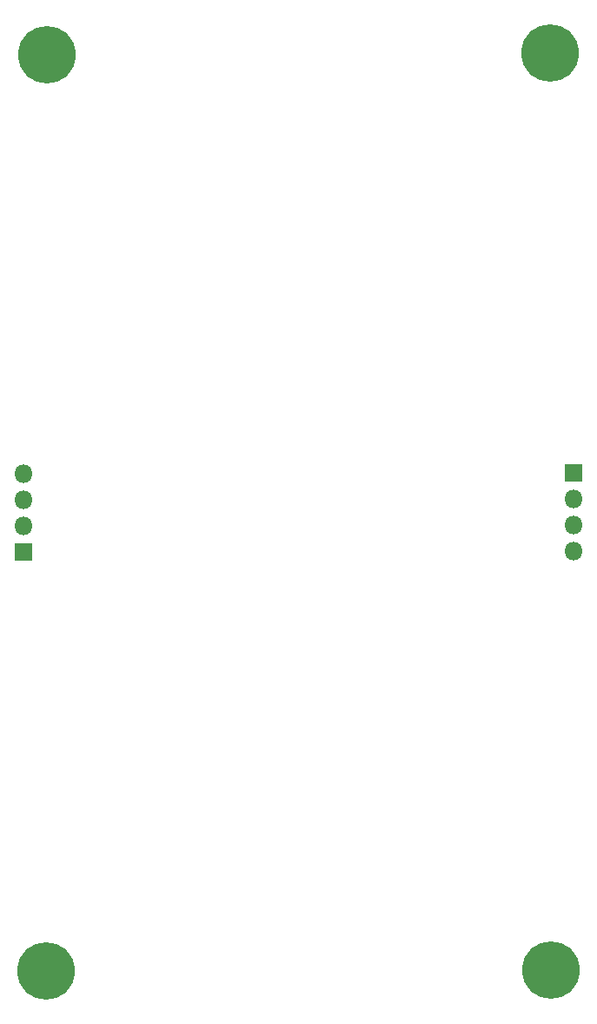
<source format=gbs>
G04 #@! TF.GenerationSoftware,KiCad,Pcbnew,5.1.5-1.fc31*
G04 #@! TF.CreationDate,2020-02-18T03:07:30-08:00*
G04 #@! TF.ProjectId,apa102_7seg_digit,61706131-3032-45f3-9773-65675f646967,rev?*
G04 #@! TF.SameCoordinates,Original*
G04 #@! TF.FileFunction,Soldermask,Bot*
G04 #@! TF.FilePolarity,Negative*
%FSLAX46Y46*%
G04 Gerber Fmt 4.6, Leading zero omitted, Abs format (unit mm)*
G04 Created by KiCad (PCBNEW 5.1.5-1.fc31) date 2020-02-18 03:07:30*
%MOMM*%
%LPD*%
G04 APERTURE LIST*
%ADD10C,5.601600*%
%ADD11O,1.801600X1.801600*%
%ADD12R,1.801600X1.801600*%
G04 APERTURE END LIST*
D10*
X169908037Y-141127852D03*
X120699951Y-141182669D03*
X120759647Y-51930503D03*
X169780779Y-51791620D03*
D11*
X118482760Y-92731490D03*
X118482760Y-95271490D03*
X118482760Y-97811490D03*
D12*
X118482760Y-100351490D03*
X172092220Y-92708431D03*
D11*
X172092220Y-95248431D03*
X172092220Y-97788431D03*
X172092220Y-100328431D03*
M02*

</source>
